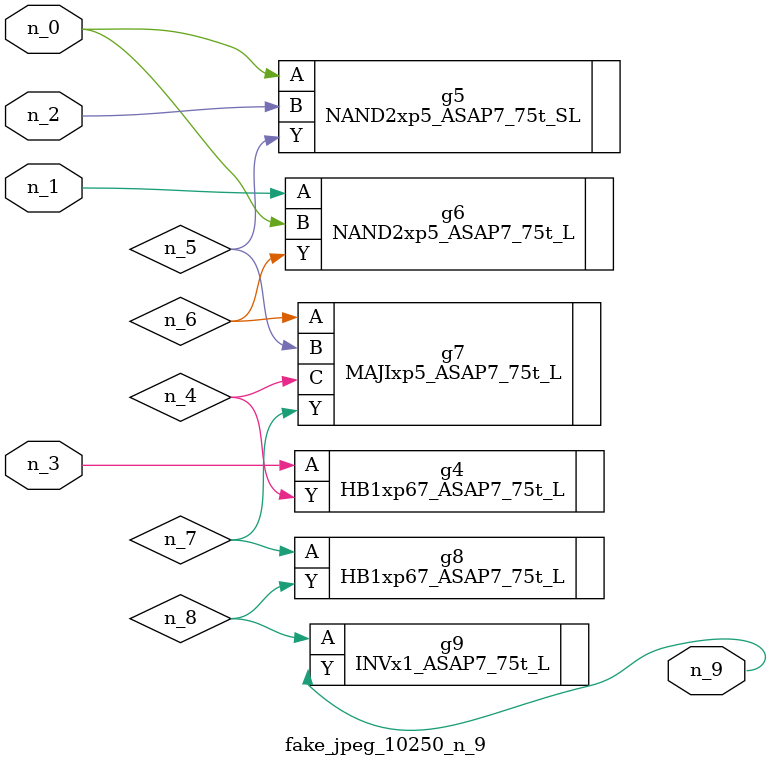
<source format=v>
module fake_jpeg_10250_n_9 (n_0, n_3, n_2, n_1, n_9);

input n_0;
input n_3;
input n_2;
input n_1;

output n_9;

wire n_4;
wire n_8;
wire n_6;
wire n_5;
wire n_7;

HB1xp67_ASAP7_75t_L g4 ( 
.A(n_3),
.Y(n_4)
);

NAND2xp5_ASAP7_75t_SL g5 ( 
.A(n_0),
.B(n_2),
.Y(n_5)
);

NAND2xp5_ASAP7_75t_L g6 ( 
.A(n_1),
.B(n_0),
.Y(n_6)
);

MAJIxp5_ASAP7_75t_L g7 ( 
.A(n_6),
.B(n_5),
.C(n_4),
.Y(n_7)
);

HB1xp67_ASAP7_75t_L g8 ( 
.A(n_7),
.Y(n_8)
);

INVx1_ASAP7_75t_L g9 ( 
.A(n_8),
.Y(n_9)
);


endmodule
</source>
